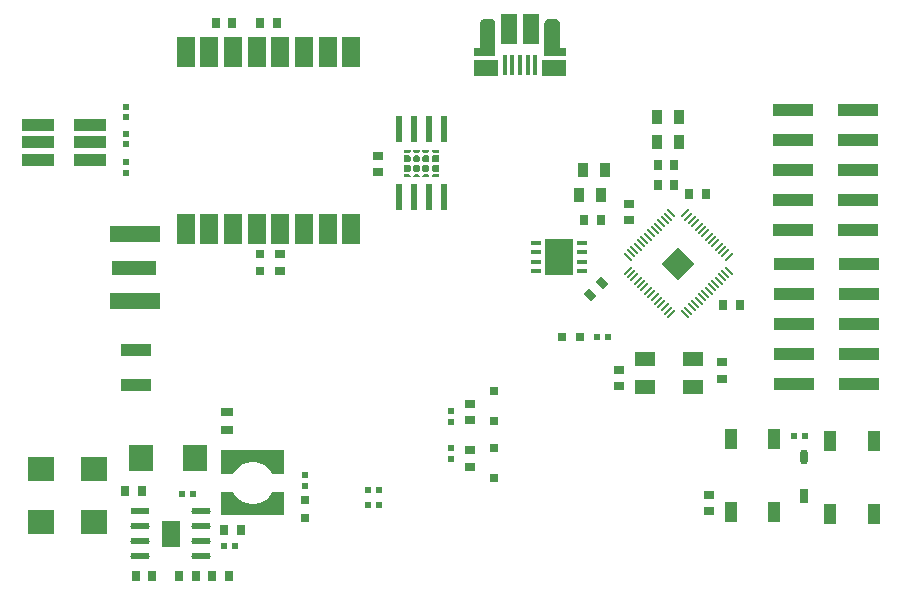
<source format=gbr>
%TF.GenerationSoftware,Altium Limited,Altium Designer,24.9.1 (31)*%
G04 Layer_Color=8421504*
%FSLAX45Y45*%
%MOMM*%
%TF.SameCoordinates,30E74C37-C7CC-4F87-9207-2BD30A255DAA*%
%TF.FilePolarity,Positive*%
%TF.FileFunction,Paste,Top*%
%TF.Part,Single*%
G01*
G75*
%TA.AperFunction,SMDPad,CuDef*%
G04:AMPARAMS|DCode=10|XSize=0.55mm|YSize=0.5mm|CornerRadius=0.0625mm|HoleSize=0mm|Usage=FLASHONLY|Rotation=270.000|XOffset=0mm|YOffset=0mm|HoleType=Round|Shape=RoundedRectangle|*
%AMROUNDEDRECTD10*
21,1,0.55000,0.37500,0,0,270.0*
21,1,0.42500,0.50000,0,0,270.0*
1,1,0.12500,-0.18750,-0.21250*
1,1,0.12500,-0.18750,0.21250*
1,1,0.12500,0.18750,0.21250*
1,1,0.12500,0.18750,-0.21250*
%
%ADD10ROUNDEDRECTD10*%
G04:AMPARAMS|DCode=11|XSize=0.76mm|YSize=0.6604mm|CornerRadius=0.08255mm|HoleSize=0mm|Usage=FLASHONLY|Rotation=180.000|XOffset=0mm|YOffset=0mm|HoleType=Round|Shape=RoundedRectangle|*
%AMROUNDEDRECTD11*
21,1,0.76000,0.49530,0,0,180.0*
21,1,0.59490,0.66040,0,0,180.0*
1,1,0.16510,-0.29745,0.24765*
1,1,0.16510,0.29745,0.24765*
1,1,0.16510,0.29745,-0.24765*
1,1,0.16510,-0.29745,-0.24765*
%
%ADD11ROUNDEDRECTD11*%
%ADD12R,0.90000X0.70000*%
%TA.AperFunction,ConnectorPad*%
%ADD13R,0.40000X1.75000*%
%ADD14R,1.42500X2.50000*%
%TA.AperFunction,SMDPad,CuDef*%
%ADD15R,1.62964X0.57213*%
G04:AMPARAMS|DCode=16|XSize=1.62964mm|YSize=0.57213mm|CornerRadius=0.28606mm|HoleSize=0mm|Usage=FLASHONLY|Rotation=0.000|XOffset=0mm|YOffset=0mm|HoleType=Round|Shape=RoundedRectangle|*
%AMROUNDEDRECTD16*
21,1,1.62964,0.00000,0,0,0.0*
21,1,1.05751,0.57213,0,0,0.0*
1,1,0.57213,0.52875,0.00000*
1,1,0.57213,-0.52875,0.00000*
1,1,0.57213,-0.52875,0.00000*
1,1,0.57213,0.52875,0.00000*
%
%ADD16ROUNDEDRECTD16*%
%ADD19R,2.60000X1.05000*%
%ADD20R,2.05000X2.20000*%
%ADD21R,2.20000X2.05000*%
%TA.AperFunction,ConnectorPad*%
%ADD22R,2.20000X2.05000*%
%TA.AperFunction,SMDPad,CuDef*%
%ADD23R,0.80000X0.80000*%
G04:AMPARAMS|DCode=24|XSize=0.55mm|YSize=0.5mm|CornerRadius=0.0625mm|HoleSize=0mm|Usage=FLASHONLY|Rotation=180.000|XOffset=0mm|YOffset=0mm|HoleType=Round|Shape=RoundedRectangle|*
%AMROUNDEDRECTD24*
21,1,0.55000,0.37500,0,0,180.0*
21,1,0.42500,0.50000,0,0,180.0*
1,1,0.12500,-0.21250,0.18750*
1,1,0.12500,0.21250,0.18750*
1,1,0.12500,0.21250,-0.18750*
1,1,0.12500,-0.21250,-0.18750*
%
%ADD24ROUNDEDRECTD24*%
%TA.AperFunction,ConnectorPad*%
%ADD25R,0.70000X0.90000*%
%TA.AperFunction,SMDPad,CuDef*%
%ADD26R,0.70000X0.90000*%
%ADD28R,1.00000X0.80000*%
%ADD29R,2.80000X1.00000*%
%ADD30R,1.80000X1.20000*%
%ADD31R,1.50000X2.50000*%
%ADD32R,0.50800X2.20980*%
G04:AMPARAMS|DCode=34|XSize=0.2mm|YSize=0.84mm|CornerRadius=0.025mm|HoleSize=0mm|Usage=FLASHONLY|Rotation=45.000|XOffset=0mm|YOffset=0mm|HoleType=Round|Shape=RoundedRectangle|*
%AMROUNDEDRECTD34*
21,1,0.20000,0.79000,0,0,45.0*
21,1,0.15000,0.84000,0,0,45.0*
1,1,0.05000,0.33234,-0.22628*
1,1,0.05000,0.22628,-0.33234*
1,1,0.05000,-0.33234,0.22628*
1,1,0.05000,-0.22628,0.33234*
%
%ADD34ROUNDEDRECTD34*%
G04:AMPARAMS|DCode=35|XSize=0.84mm|YSize=0.2mm|CornerRadius=0.025mm|HoleSize=0mm|Usage=FLASHONLY|Rotation=45.000|XOffset=0mm|YOffset=0mm|HoleType=Round|Shape=RoundedRectangle|*
%AMROUNDEDRECTD35*
21,1,0.84000,0.15000,0,0,45.0*
21,1,0.79000,0.20000,0,0,45.0*
1,1,0.05000,0.33234,0.22628*
1,1,0.05000,-0.22628,-0.33234*
1,1,0.05000,-0.33234,-0.22628*
1,1,0.05000,0.22628,0.33234*
%
%ADD35ROUNDEDRECTD35*%
%ADD37R,1.10000X1.80000*%
G04:AMPARAMS|DCode=38|XSize=0.9mm|YSize=0.7mm|CornerRadius=0mm|HoleSize=0mm|Usage=FLASHONLY|Rotation=135.000|XOffset=0mm|YOffset=0mm|HoleType=Round|Shape=Rectangle|*
%AMROTATEDRECTD38*
4,1,4,0.56569,-0.07071,0.07071,-0.56569,-0.56569,0.07071,-0.07071,0.56569,0.56569,-0.07071,0.0*
%
%ADD38ROTATEDRECTD38*%

%ADD39R,3.50000X1.00000*%
%TA.AperFunction,ConnectorPad*%
%ADD40R,4.20000X1.35000*%
%ADD41R,3.70000X1.27000*%
%TA.AperFunction,SMDPad,CuDef*%
%ADD42R,0.85000X0.35000*%
%ADD43R,2.40000X3.10000*%
%ADD44R,0.80000X0.80000*%
%ADD45R,0.65000X0.65000*%
G04:AMPARAMS|DCode=46|XSize=1.25748mm|YSize=0.70248mm|CornerRadius=0.35124mm|HoleSize=0mm|Usage=FLASHONLY|Rotation=90.000|XOffset=0mm|YOffset=0mm|HoleType=Round|Shape=RoundedRectangle|*
%AMROUNDEDRECTD46*
21,1,1.25748,0.00000,0,0,90.0*
21,1,0.55501,0.70248,0,0,90.0*
1,1,0.70247,0.00000,0.27751*
1,1,0.70247,0.00000,-0.27751*
1,1,0.70247,0.00000,-0.27751*
1,1,0.70247,0.00000,0.27751*
%
%ADD46ROUNDEDRECTD46*%
%ADD47R,0.70248X1.25748*%
%ADD48R,0.95000X1.30000*%
%TA.AperFunction,Conductor*%
%ADD52R,2.00000X1.46000*%
%TA.AperFunction,NonConductor*%
%ADD123R,1.61230X2.25230*%
%TA.AperFunction,SMDPad,CuDef*%
%ADD124P,2.77186X4X90.0*%
G36*
X-2943100Y3678500D02*
X-2939400Y3678000D01*
X-2936300Y3677400D01*
X-2932200Y3676100D01*
X-2928500Y3674300D01*
X-2924900Y3672300D01*
X-2921600Y3669800D01*
X-2918500Y3667100D01*
X-2915900Y3664100D01*
X-2913500Y3660900D01*
X-2911400Y3657400D01*
X-2909500Y3653600D01*
X-2908400Y3650000D01*
X-2907846Y3648187D01*
X-2907400Y3646400D01*
X-2907000Y3642600D01*
X-2906800Y3638700D01*
Y3433700D01*
X-2854301D01*
Y3363700D01*
X-3036800D01*
Y3433701D01*
Y3638700D01*
Y3640900D01*
X-3036700Y3643100D01*
X-3036300Y3645200D01*
X-3035900Y3647200D01*
X-3035500Y3648900D01*
X-3035000Y3650600D01*
X-3033800Y3653800D01*
X-3032200Y3657400D01*
X-3030000Y3660900D01*
X-3027900Y3663900D01*
X-3025300Y3666700D01*
X-3022650Y3669350D01*
X-3019400Y3671800D01*
X-3016300Y3673600D01*
X-3013100Y3675300D01*
X-3009200Y3676800D01*
X-3005250Y3677850D01*
X-3001100Y3678500D01*
X-2996800Y3678700D01*
X-2946800D01*
X-2943100Y3678500D01*
D02*
G37*
G36*
X-3487500Y3678500D02*
X-3483350Y3677850D01*
X-3479400Y3676800D01*
X-3475500Y3675300D01*
X-3472300Y3673600D01*
X-3469200Y3671800D01*
X-3465950Y3669350D01*
X-3463300Y3666700D01*
X-3460700Y3663900D01*
X-3458600Y3660900D01*
X-3456400Y3657400D01*
X-3454800Y3653800D01*
X-3453600Y3650600D01*
X-3453100Y3648900D01*
X-3452700Y3647200D01*
X-3452300Y3645200D01*
X-3451900Y3643100D01*
X-3451800Y3640900D01*
Y3638700D01*
Y3433701D01*
Y3363700D01*
X-3634300D01*
Y3433700D01*
X-3581800D01*
Y3638700D01*
X-3581600Y3642600D01*
X-3581200Y3646400D01*
X-3580755Y3648186D01*
X-3580200Y3650000D01*
X-3579100Y3653600D01*
X-3577200Y3657400D01*
X-3575100Y3660900D01*
X-3572700Y3664100D01*
X-3570100Y3667100D01*
X-3567000Y3669800D01*
X-3563700Y3672300D01*
X-3560100Y3674300D01*
X-3556400Y3676100D01*
X-3552300Y3677400D01*
X-3549200Y3678000D01*
X-3545500Y3678500D01*
X-3541800Y3678700D01*
X-3491800D01*
X-3487500Y3678500D01*
D02*
G37*
G36*
X-3932147Y2544380D02*
X-3976712D01*
X-3990854Y2558522D01*
Y2567527D01*
X-3932147D01*
Y2544380D01*
D02*
G37*
G36*
X-4010854Y2558522D02*
X-4024997Y2544380D01*
X-4055452D01*
X-4069594Y2558522D01*
Y2567527D01*
X-4010854D01*
Y2558522D01*
D02*
G37*
G36*
X-4089594D02*
X-4103737Y2544380D01*
X-4134192D01*
X-4148334Y2558522D01*
Y2567527D01*
X-4089594D01*
Y2558522D01*
D02*
G37*
G36*
X-4168334D02*
X-4182477Y2544380D01*
X-4227041D01*
Y2567527D01*
X-4168334D01*
Y2558522D01*
D02*
G37*
G36*
X-3932147Y2465640D02*
X-3976712D01*
X-3990854Y2479782D01*
Y2510238D01*
X-3976712Y2524380D01*
X-3932147D01*
Y2465640D01*
D02*
G37*
G36*
X-4010854Y2510238D02*
Y2479782D01*
X-4024997Y2465640D01*
X-4055452D01*
X-4069594Y2479782D01*
Y2510238D01*
X-4055452Y2524380D01*
X-4024997D01*
X-4010854Y2510238D01*
D02*
G37*
G36*
X-4089594D02*
Y2479782D01*
X-4103737Y2465640D01*
X-4134192D01*
X-4148334Y2479782D01*
Y2510238D01*
X-4134192Y2524380D01*
X-4103737D01*
X-4089594Y2510238D01*
D02*
G37*
G36*
X-4168334D02*
Y2479782D01*
X-4182477Y2465640D01*
X-4227041D01*
Y2524380D01*
X-4182477D01*
X-4168334Y2510238D01*
D02*
G37*
G36*
X-3932147Y2386900D02*
X-3976712D01*
X-3990854Y2401042D01*
Y2431498D01*
X-3976712Y2445640D01*
X-3932147D01*
Y2386900D01*
D02*
G37*
G36*
X-4010854Y2431498D02*
Y2401042D01*
X-4024997Y2386900D01*
X-4055452D01*
X-4069594Y2401042D01*
Y2431498D01*
X-4055452Y2445640D01*
X-4024997D01*
X-4010854Y2431498D01*
D02*
G37*
G36*
X-4089594D02*
Y2401042D01*
X-4103737Y2386900D01*
X-4134192D01*
X-4148334Y2401042D01*
Y2431498D01*
X-4134192Y2445640D01*
X-4103737D01*
X-4089594Y2431498D01*
D02*
G37*
G36*
X-4168334D02*
Y2401042D01*
X-4182477Y2386900D01*
X-4227041D01*
Y2445640D01*
X-4182477D01*
X-4168334Y2431498D01*
D02*
G37*
G36*
X-3932147Y2343753D02*
X-3990854D01*
Y2352758D01*
X-3976712Y2366900D01*
X-3932147D01*
Y2343753D01*
D02*
G37*
G36*
X-4010854Y2352758D02*
Y2343753D01*
X-4069594D01*
Y2352758D01*
X-4055452Y2366900D01*
X-4024997D01*
X-4010854Y2352758D01*
D02*
G37*
G36*
X-4089594D02*
Y2343753D01*
X-4148334D01*
Y2352758D01*
X-4134192Y2366900D01*
X-4103737D01*
X-4089594Y2352758D01*
D02*
G37*
G36*
X-4168334D02*
Y2343753D01*
X-4227041D01*
Y2366900D01*
X-4182477D01*
X-4168334Y2352758D01*
D02*
G37*
G36*
X-5241159Y-174670D02*
X-5241186Y-174697D01*
X-5342517D01*
X-5350375Y-159498D01*
X-5370231Y-131674D01*
X-5394988Y-108105D01*
X-5423755Y-89641D01*
X-5455493Y-76949D01*
X-5489059Y-70485D01*
X-5523241Y-70483D01*
X-5556807Y-76943D01*
X-5588547Y-89632D01*
X-5617315Y-108093D01*
X-5642076Y-131659D01*
X-5661934Y-159481D01*
X-5669794Y-174679D01*
X-5669802Y-174670D01*
X-5771159D01*
Y25329D01*
X-5241159D01*
Y-174670D01*
D02*
G37*
G36*
X-5669802Y-324645D02*
X-5661944Y-339844D01*
X-5642089Y-367668D01*
X-5617331Y-391236D01*
X-5588564Y-409700D01*
X-5556826Y-422393D01*
X-5523260Y-428856D01*
X-5489078Y-428858D01*
X-5455512Y-422398D01*
X-5423772Y-409709D01*
X-5395004Y-391249D01*
X-5370244Y-367683D01*
X-5350385Y-339861D01*
X-5342525Y-324662D01*
X-5342517Y-324671D01*
X-5241159D01*
Y-524671D01*
X-5771159D01*
Y-324671D01*
X-5771133Y-324644D01*
X-5669802D01*
X-5669802Y-324645D01*
D02*
G37*
D10*
X-4528100Y-438150D02*
D03*
X-4438100D02*
D03*
X-4528100Y-311150D02*
D03*
X-4438100D02*
D03*
X-5747300Y-787400D02*
D03*
X-5657300D02*
D03*
X-6102900Y-342900D02*
D03*
X-6012900D02*
D03*
X-2497440Y982980D02*
D03*
X-2587440D02*
D03*
X-922021Y147319D02*
D03*
X-832021D02*
D03*
D11*
X-5444927Y1547779D02*
D03*
Y1687779D02*
D03*
D12*
X-2324100Y2114700D02*
D03*
Y1974700D02*
D03*
X-3667823Y25329D02*
D03*
Y-114671D02*
D03*
X-3669006Y421698D02*
D03*
Y281698D02*
D03*
X-4447540Y2521100D02*
D03*
Y2381100D02*
D03*
X-1641180Y-489000D02*
D03*
Y-349000D02*
D03*
X-5273040Y1545439D02*
D03*
Y1685439D02*
D03*
X-1534446Y771460D02*
D03*
Y631460D02*
D03*
X-2405980Y708900D02*
D03*
Y568900D02*
D03*
D13*
X-3244300Y3286200D02*
D03*
X-3179300D02*
D03*
X-3114300D02*
D03*
X-3309300D02*
D03*
X-3374300D02*
D03*
D14*
X-3148050Y3593700D02*
D03*
X-3340550D02*
D03*
D15*
X-6461240Y-489000D02*
D03*
D16*
Y-616000D02*
D03*
Y-743000D02*
D03*
Y-870000D02*
D03*
X-5942990D02*
D03*
Y-743000D02*
D03*
Y-616000D02*
D03*
Y-489000D02*
D03*
D19*
X-6498740Y872060D02*
D03*
Y577060D02*
D03*
D20*
X-5998740Y-35440D02*
D03*
X-6448740D02*
D03*
D21*
X-6852728Y-581731D02*
D03*
Y-131731D02*
D03*
D22*
X-7301300Y-581731D02*
D03*
Y-131731D02*
D03*
D23*
X-5067300Y-394900D02*
D03*
Y-544900D02*
D03*
D24*
Y-273600D02*
D03*
Y-183600D02*
D03*
X-6578600Y2463800D02*
D03*
Y2373800D02*
D03*
Y2706200D02*
D03*
Y2616200D02*
D03*
Y2937340D02*
D03*
Y2847340D02*
D03*
X-3831504Y45329D02*
D03*
Y-44670D02*
D03*
Y359959D02*
D03*
Y269959D02*
D03*
D25*
X-5708500Y-1041400D02*
D03*
X-5848500D02*
D03*
X-5987900D02*
D03*
X-6127900D02*
D03*
X-6496200D02*
D03*
X-6356200D02*
D03*
D26*
X-5606900Y-647700D02*
D03*
X-5746900D02*
D03*
X-6445100Y-317500D02*
D03*
X-6585100D02*
D03*
X-5444927Y3644900D02*
D03*
X-5304927D02*
D03*
X-5678020D02*
D03*
X-5818020D02*
D03*
X-1938180Y2276250D02*
D03*
X-2078180D02*
D03*
X-1938180Y2438490D02*
D03*
X-2078180D02*
D03*
X-2557440Y1977990D02*
D03*
X-2697440D02*
D03*
X-1381462Y1259217D02*
D03*
X-1521462D02*
D03*
X-1669900Y2197100D02*
D03*
X-1809900D02*
D03*
D28*
X-5727141Y198272D02*
D03*
Y348272D02*
D03*
D29*
X-7324181Y2484832D02*
D03*
X-6884181D02*
D03*
Y2634832D02*
D03*
X-7324181D02*
D03*
X-6884181Y2784832D02*
D03*
X-7324181D02*
D03*
D30*
X-2182540Y563900D02*
D03*
X-1782540D02*
D03*
Y803900D02*
D03*
X-2182540D02*
D03*
D31*
X-4673041Y3398520D02*
D03*
X-4873041D02*
D03*
X-5073040D02*
D03*
X-5273040D02*
D03*
X-5473040D02*
D03*
X-5673039D02*
D03*
X-5873039D02*
D03*
X-6073038D02*
D03*
Y1898523D02*
D03*
X-5873039D02*
D03*
X-5673039D02*
D03*
X-5473040D02*
D03*
X-5273040D02*
D03*
X-5073040D02*
D03*
X-4873041D02*
D03*
X-4673041D02*
D03*
D32*
X-3889094Y2743140D02*
D03*
X-4016094D02*
D03*
X-4143094D02*
D03*
X-4270094D02*
D03*
Y2168140D02*
D03*
X-4143094D02*
D03*
X-4016094D02*
D03*
X-3889094D02*
D03*
D34*
X-1845077Y1181081D02*
D03*
X-1816792Y1209365D02*
D03*
X-1788508Y1237650D02*
D03*
X-1760224Y1265934D02*
D03*
X-1731939Y1294218D02*
D03*
X-1703655Y1322503D02*
D03*
X-1675371Y1350787D02*
D03*
X-1647087Y1379071D02*
D03*
X-1618802Y1407355D02*
D03*
X-1590518Y1435639D02*
D03*
X-1562234Y1463924D02*
D03*
X-1533950Y1492208D02*
D03*
X-1505665Y1520493D02*
D03*
X-1477381Y1548777D02*
D03*
X-1963163Y2034559D02*
D03*
X-1991447Y2006275D02*
D03*
X-2019732Y1977990D02*
D03*
X-2048016Y1949706D02*
D03*
X-2076300Y1921422D02*
D03*
X-2104585Y1893137D02*
D03*
X-2132869Y1864853D02*
D03*
X-2161153Y1836569D02*
D03*
X-2189437Y1808285D02*
D03*
X-2217722Y1780001D02*
D03*
X-2246006Y1751716D02*
D03*
X-2274290Y1723432D02*
D03*
X-2302575Y1695147D02*
D03*
X-2330859Y1666863D02*
D03*
D35*
Y1548777D02*
D03*
X-2302575Y1520493D02*
D03*
X-2274290Y1492208D02*
D03*
X-2246006Y1463924D02*
D03*
X-2217722Y1435639D02*
D03*
X-2189437Y1407355D02*
D03*
X-2161153Y1379071D02*
D03*
X-2132869Y1350787D02*
D03*
X-2104585Y1322503D02*
D03*
X-2076300Y1294218D02*
D03*
X-2048016Y1265934D02*
D03*
X-2019732Y1237650D02*
D03*
X-1991447Y1209365D02*
D03*
X-1963163Y1181081D02*
D03*
X-1477381Y1666863D02*
D03*
X-1505665Y1695147D02*
D03*
X-1533950Y1723432D02*
D03*
X-1562234Y1751716D02*
D03*
X-1590518Y1780001D02*
D03*
X-1618802Y1808285D02*
D03*
X-1647087Y1836569D02*
D03*
X-1675371Y1864853D02*
D03*
X-1703655Y1893137D02*
D03*
X-1731939Y1921422D02*
D03*
X-1760224Y1949706D02*
D03*
X-1788508Y1977990D02*
D03*
X-1816792Y2006275D02*
D03*
X-1845077Y2034559D02*
D03*
D37*
X-246800Y104260D02*
D03*
Y-515740D02*
D03*
X-616800Y104260D02*
D03*
Y-515740D02*
D03*
X-1460080Y-495420D02*
D03*
Y124580D02*
D03*
X-1090080Y-495420D02*
D03*
Y124580D02*
D03*
D38*
X-2552543Y1442998D02*
D03*
X-2651537Y1344003D02*
D03*
D39*
X-923380Y1607820D02*
D03*
Y1353820D02*
D03*
Y1099820D02*
D03*
Y845820D02*
D03*
Y591820D02*
D03*
X-373380Y1607820D02*
D03*
Y1353820D02*
D03*
Y1099820D02*
D03*
Y845820D02*
D03*
Y591820D02*
D03*
X-378460Y1892300D02*
D03*
Y2146300D02*
D03*
Y2400300D02*
D03*
Y2654300D02*
D03*
Y2908300D02*
D03*
X-928460Y1892300D02*
D03*
Y2146300D02*
D03*
Y2400300D02*
D03*
Y2654300D02*
D03*
Y2908300D02*
D03*
D40*
X-6503740Y1854500D02*
D03*
Y1294500D02*
D03*
D41*
X-6513740Y1574500D02*
D03*
D42*
X-3105840Y1783700D02*
D03*
Y1703700D02*
D03*
Y1623700D02*
D03*
Y1543700D02*
D03*
X-2715840D02*
D03*
Y1623700D02*
D03*
Y1703700D02*
D03*
Y1783700D02*
D03*
D43*
X-2910840Y1663700D02*
D03*
D44*
X-2737980Y982980D02*
D03*
X-2887980D02*
D03*
D45*
X-3465743Y-204671D02*
D03*
Y45329D02*
D03*
Y274959D02*
D03*
Y524959D02*
D03*
D46*
X-835660Y-28003D02*
D03*
D47*
Y-358077D02*
D03*
D48*
X-2083947Y2847340D02*
D03*
X-1898947D02*
D03*
X-2083947Y2636561D02*
D03*
X-1898947D02*
D03*
X-2744037Y2186250D02*
D03*
X-2559038D02*
D03*
X-2707240Y2400300D02*
D03*
X-2522240D02*
D03*
D52*
X-3534303Y3265702D02*
D03*
X-2954302D02*
D03*
D123*
X-6202115Y-679500D02*
D03*
D124*
X-1904120Y1607820D02*
D03*
%TF.MD5,48280e30f31ac2f0b63a3d8ebe534293*%
M02*

</source>
